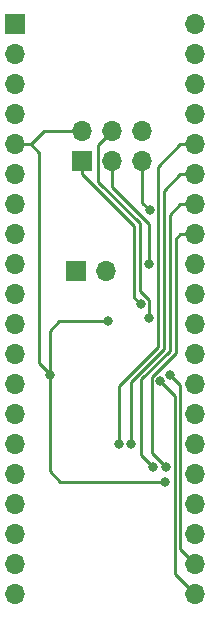
<source format=gbr>
%TF.GenerationSoftware,KiCad,Pcbnew,7.0.7*%
%TF.CreationDate,2024-02-24T18:58:31-05:00*%
%TF.ProjectId,m0110a_atmega32_pcb,6d303131-3061-45f6-9174-6d6567613332,rev?*%
%TF.SameCoordinates,Original*%
%TF.FileFunction,Copper,L2,Bot*%
%TF.FilePolarity,Positive*%
%FSLAX46Y46*%
G04 Gerber Fmt 4.6, Leading zero omitted, Abs format (unit mm)*
G04 Created by KiCad (PCBNEW 7.0.7) date 2024-02-24 18:58:31*
%MOMM*%
%LPD*%
G01*
G04 APERTURE LIST*
%TA.AperFunction,ComponentPad*%
%ADD10R,1.700000X1.700000*%
%TD*%
%TA.AperFunction,ComponentPad*%
%ADD11O,1.700000X1.700000*%
%TD*%
%TA.AperFunction,ViaPad*%
%ADD12C,0.800000*%
%TD*%
%TA.AperFunction,Conductor*%
%ADD13C,0.250000*%
%TD*%
G04 APERTURE END LIST*
D10*
%TO.P,J1,1,Pin_1*%
%TO.N,unconnected-(J1-Pin_1-Pad1)*%
X143510000Y-67310000D03*
D11*
%TO.P,J1,2,Pin_2*%
%TO.N,unconnected-(J1-Pin_2-Pad2)*%
X143510000Y-69850000D03*
%TO.P,J1,3,Pin_3*%
%TO.N,unconnected-(J1-Pin_3-Pad3)*%
X143510000Y-72390000D03*
%TO.P,J1,4,Pin_4*%
%TO.N,RESET*%
X143510000Y-74930000D03*
%TO.P,J1,5,Pin_5*%
%TO.N,+5V*%
X143510000Y-77470000D03*
%TO.P,J1,6,Pin_6*%
%TO.N,unconnected-(J1-Pin_6-Pad6)*%
X143510000Y-80010000D03*
%TO.P,J1,7,Pin_7*%
%TO.N,GNDREF*%
X143510000Y-82550000D03*
%TO.P,J1,8,Pin_8*%
%TO.N,unconnected-(J1-Pin_8-Pad8)*%
X143510000Y-85090000D03*
%TO.P,J1,9,Pin_9*%
%TO.N,unconnected-(J1-Pin_9-Pad9)*%
X143510000Y-87630000D03*
%TO.P,J1,10,Pin_10*%
%TO.N,unconnected-(J1-Pin_10-Pad10)*%
X143510000Y-90170000D03*
%TO.P,J1,11,Pin_11*%
%TO.N,unconnected-(J1-Pin_11-Pad11)*%
X143510000Y-92710000D03*
%TO.P,J1,12,Pin_12*%
%TO.N,/COL7*%
X143510000Y-95250000D03*
%TO.P,J1,13,Pin_13*%
%TO.N,/COL6*%
X143510000Y-97790000D03*
%TO.P,J1,14,Pin_14*%
%TO.N,/COL5*%
X143510000Y-100330000D03*
%TO.P,J1,15,Pin_15*%
%TO.N,/COL4*%
X143510000Y-102870000D03*
%TO.P,J1,16,Pin_16*%
%TO.N,/COL3*%
X143510000Y-105410000D03*
%TO.P,J1,17,Pin_17*%
%TO.N,/COL2*%
X143510000Y-107950000D03*
%TO.P,J1,18,Pin_18*%
%TO.N,/COL1*%
X143510000Y-110490000D03*
%TO.P,J1,19,Pin_19*%
%TO.N,/COL0*%
X143510000Y-113030000D03*
%TO.P,J1,20,Pin_20*%
%TO.N,GNDREF*%
X143510000Y-115570000D03*
%TO.P,J1,21,Pin_21*%
%TO.N,/ROW0*%
X158750000Y-115570000D03*
%TO.P,J1,22,Pin_22*%
%TO.N,/ROW1*%
X158750000Y-113030000D03*
%TO.P,J1,23,Pin_23*%
%TO.N,/SHIFT*%
X158750000Y-110490000D03*
%TO.P,J1,24,Pin_24*%
%TO.N,/LOCK*%
X158750000Y-107950000D03*
%TO.P,J1,25,Pin_25*%
%TO.N,unconnected-(J1-Pin_25-Pad25)*%
X158750000Y-105410000D03*
%TO.P,J1,26,Pin_26*%
%TO.N,+5V*%
X158750000Y-102870000D03*
%TO.P,J1,27,Pin_27*%
%TO.N,/ROW2*%
X158750000Y-100330000D03*
%TO.P,J1,28,Pin_28*%
%TO.N,/ROW3*%
X158750000Y-97790000D03*
%TO.P,J1,29,Pin_29*%
%TO.N,/ROW4*%
X158750000Y-95250000D03*
%TO.P,J1,30,Pin_30*%
%TO.N,/ROW5*%
X158750000Y-92710000D03*
%TO.P,J1,31,Pin_31*%
%TO.N,/ROW6*%
X158750000Y-90170000D03*
%TO.P,J1,32,Pin_32*%
%TO.N,/ROW7*%
X158750000Y-87630000D03*
%TO.P,J1,33,Pin_33*%
%TO.N,/ROW8*%
X158750000Y-85090000D03*
%TO.P,J1,34,Pin_34*%
%TO.N,/ROW9*%
X158750000Y-82550000D03*
%TO.P,J1,35,Pin_35*%
%TO.N,/OPT*%
X158750000Y-80010000D03*
%TO.P,J1,36,Pin_36*%
%TO.N,/CMD*%
X158750000Y-77470000D03*
%TO.P,J1,37,Pin_37*%
%TO.N,/KB_CLK*%
X158750000Y-74930000D03*
%TO.P,J1,38,Pin_38*%
%TO.N,/KB_DATA*%
X158750000Y-72390000D03*
%TO.P,J1,39,Pin_39*%
%TO.N,unconnected-(J1-Pin_39-Pad39)*%
X158750000Y-69850000D03*
%TO.P,J1,40,Pin_40*%
%TO.N,+5V*%
X158750000Y-67310000D03*
%TD*%
D10*
%TO.P,J2,1,Pin_1*%
%TO.N,/ROW6*%
X149199600Y-78892400D03*
D11*
%TO.P,J2,2,Pin_2*%
%TO.N,+5V*%
X149199600Y-76352400D03*
%TO.P,J2,3,Pin_3*%
%TO.N,/ROW7*%
X151739600Y-78892400D03*
%TO.P,J2,4,Pin_4*%
%TO.N,/ROW5*%
X151739600Y-76352400D03*
%TO.P,J2,5,Pin_5*%
%TO.N,RESET*%
X154279600Y-78892400D03*
%TO.P,J2,6,Pin_6*%
%TO.N,GNDREF*%
X154279600Y-76352400D03*
%TD*%
D10*
%TO.P,J3,1,Pin_1*%
%TO.N,/TXD*%
X148640800Y-88239600D03*
D11*
%TO.P,J3,2,Pin_2*%
%TO.N,/RXD*%
X151180800Y-88239600D03*
%TD*%
D12*
%TO.N,RESET*%
X154898100Y-83024680D03*
%TO.N,+5V*%
X146431000Y-96999866D03*
X151370500Y-92456000D03*
X156210000Y-106045000D03*
%TO.N,/ROW0*%
X155788790Y-97510440D03*
%TO.N,/ROW1*%
X156629260Y-96969500D03*
%TO.N,/ROW5*%
X154860500Y-92151200D03*
%TO.N,/ROW6*%
X154146000Y-91005428D03*
%TO.N,/ROW7*%
X154838400Y-87630000D03*
%TO.N,/ROW8*%
X156305500Y-104787548D03*
%TO.N,/ROW9*%
X155210692Y-104775000D03*
%TO.N,/OPT*%
X153289000Y-102870000D03*
%TO.N,/CMD*%
X152273000Y-102870000D03*
%TD*%
D13*
%TO.N,/ROW5*%
X150571200Y-80670400D02*
X150571200Y-77520800D01*
X154076400Y-84175600D02*
X150571200Y-80670400D01*
X154076400Y-89865200D02*
X154076400Y-84175600D01*
X154860500Y-90649300D02*
X154076400Y-89865200D01*
X154860500Y-92151200D02*
X154860500Y-90649300D01*
%TO.N,+5V*%
X145948400Y-76352400D02*
X144830800Y-77470000D01*
X149199600Y-76352400D02*
X145948400Y-76352400D01*
%TO.N,/ROW7*%
X151739600Y-81127600D02*
X151739600Y-78892400D01*
X154838400Y-84226400D02*
X151739600Y-81127600D01*
X154838400Y-87630000D02*
X154838400Y-84226400D01*
%TO.N,/ROW6*%
X153619200Y-84429600D02*
X149199600Y-80010000D01*
X153619200Y-90478628D02*
X153619200Y-84429600D01*
X149199600Y-80010000D02*
X149199600Y-78892400D01*
X154146000Y-91005428D02*
X153619200Y-90478628D01*
%TO.N,/ROW5*%
X150571200Y-77520800D02*
X151739600Y-76352400D01*
%TO.N,/ROW6*%
X149748600Y-79441400D02*
X149199600Y-78892400D01*
%TO.N,RESET*%
X154279600Y-82406180D02*
X154279600Y-78892400D01*
X154898100Y-83024680D02*
X154279600Y-82406180D01*
%TO.N,+5V*%
X151370500Y-92456000D02*
X147269200Y-92456000D01*
X146431000Y-105156000D02*
X147320000Y-106045000D01*
X146431000Y-96999866D02*
X146431000Y-96917163D01*
X144830800Y-77470000D02*
X143510000Y-77470000D01*
X146431000Y-93294200D02*
X146431000Y-96999866D01*
X145542000Y-78181200D02*
X144830800Y-77470000D01*
X146431000Y-96917163D02*
X145542000Y-96028163D01*
X145542000Y-96028163D02*
X145542000Y-78181200D01*
X147320000Y-106045000D02*
X156210000Y-106045000D01*
X146431000Y-96999866D02*
X146431000Y-105156000D01*
X147269200Y-92456000D02*
X146431000Y-93294200D01*
%TO.N,/ROW0*%
X155788790Y-97510440D02*
X157030000Y-98751650D01*
X157030000Y-113850000D02*
X158750000Y-115570000D01*
X157030000Y-98751650D02*
X157030000Y-113850000D01*
%TO.N,/ROW1*%
X157480000Y-111760000D02*
X158750000Y-113030000D01*
X157480000Y-97820240D02*
X157480000Y-111760000D01*
X156629260Y-96969500D02*
X157480000Y-97820240D01*
%TO.N,/ROW8*%
X156305500Y-104787548D02*
X156255743Y-104787548D01*
X157099000Y-95174925D02*
X157099000Y-85471000D01*
X155063790Y-103595595D02*
X155063790Y-97210135D01*
X157480000Y-85090000D02*
X158750000Y-85090000D01*
X157099000Y-85471000D02*
X157480000Y-85090000D01*
X156255743Y-104787548D02*
X155063790Y-103595595D01*
X155063790Y-97210135D02*
X157099000Y-95174925D01*
%TO.N,/ROW9*%
X156591000Y-94957764D02*
X156591000Y-83439000D01*
X154178000Y-103742308D02*
X154178000Y-97370764D01*
X157480000Y-82550000D02*
X158750000Y-82550000D01*
X156591000Y-83439000D02*
X157480000Y-82550000D01*
X154178000Y-97370764D02*
X156591000Y-94957764D01*
X155210692Y-104775000D02*
X154178000Y-103742308D01*
%TO.N,/OPT*%
X153289000Y-97623368D02*
X156083000Y-94829368D01*
X156083000Y-94829368D02*
X156083000Y-81407000D01*
X153289000Y-102870000D02*
X153289000Y-97623368D01*
X156083000Y-81407000D02*
X157480000Y-80010000D01*
X157480000Y-80010000D02*
X158750000Y-80010000D01*
%TO.N,/CMD*%
X157480000Y-77470000D02*
X158750000Y-77470000D01*
X155575000Y-79375000D02*
X157480000Y-77470000D01*
X155575000Y-94615000D02*
X155575000Y-79375000D01*
X152273000Y-102870000D02*
X152273000Y-97917000D01*
X152273000Y-97917000D02*
X155575000Y-94615000D01*
%TD*%
M02*

</source>
